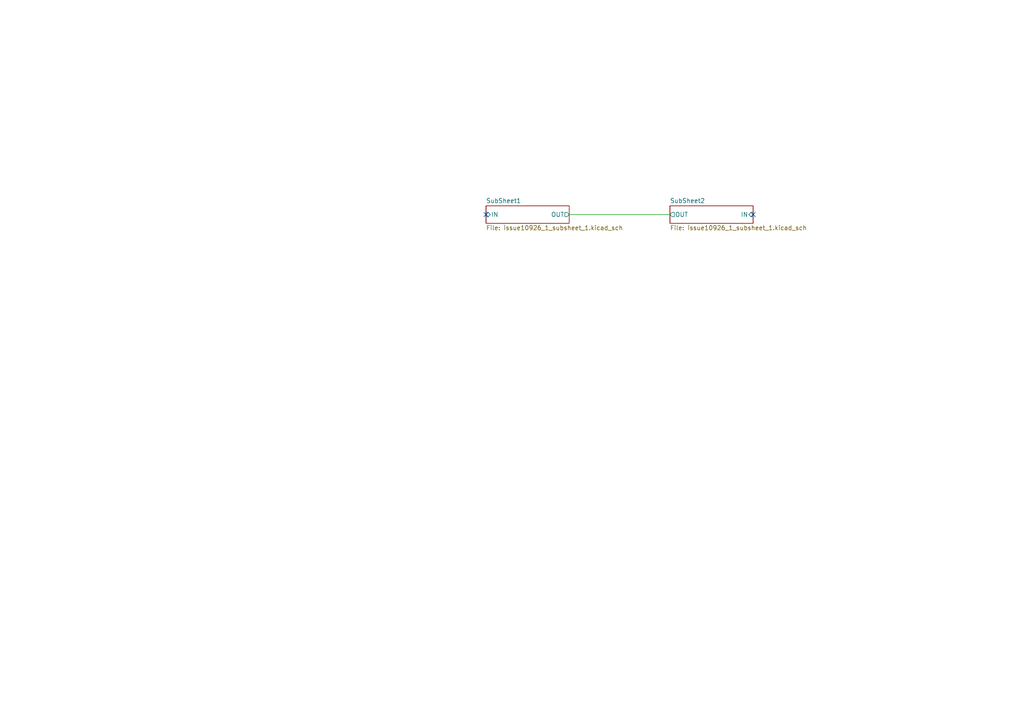
<source format=kicad_sch>
(kicad_sch (version 20221206) (generator eeschema)
  (paper "A4")
  (lib_symbols)
  (no_connect (at 218.44 62.23))
  (no_connect (at 140.97 62.23))
  (wire (pts (xy 165.1 62.23) (xy 194.31 62.23)))
  (sheet (at 140.97 59.69) (size 24.13 5.08) (stroke (width 0.1524))
    (property "Sheetname" "SubSheet1" (at 140.97 58.9784 0) (effects (justify left bottom)))
    (property "Sheetfile" "issue10926_1_subsheet_1.kicad_sch" (at 140.97 65.3546 0) (effects (justify left top)))
    (pin "OUT" output (at 165.1 62.23 0))
    (pin "IN" input (at 140.97 62.23 180))
  )
  (sheet (at 194.31 59.69) (size 24.13 5.08) (stroke (width 0.1524))
    (property "Sheetname" "SubSheet2" (at 194.31 58.9784 0) (effects (justify left bottom)))
    (property "Sheetfile" "issue10926_1_subsheet_1.kicad_sch" (at 194.31 65.3546 0) (effects (justify left top)))
    (pin "OUT" output (at 194.31 62.23 180))
    (pin "IN" input (at 218.44 62.23 0))
  )
)
</source>
